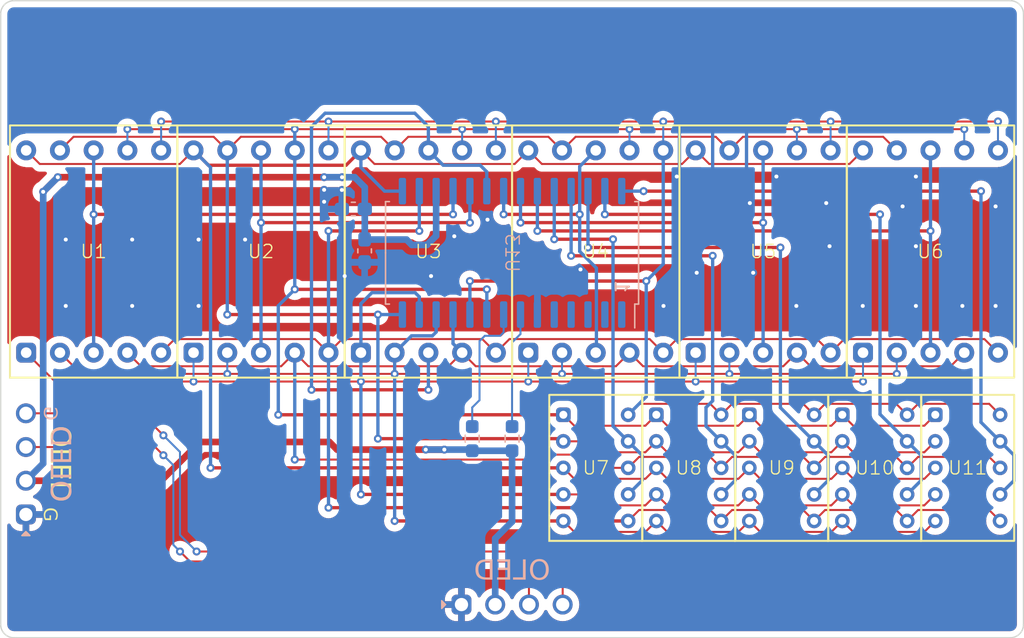
<source format=kicad_pcb>
(kicad_pcb (version 20221018) (generator pcbnew)
  (layers (0 "F.Cu" signal) (31 "B.Cu" signal) (34 "B.Paste" user) (35 "F.Paste" user) (36 "B.SilkS" user "B.Silkscreen") (37 "F.SilkS" user "F.Silkscreen") (38 "B.Mask" user) (39 "F.Mask" user) (44 "Edge.Cuts" user))
  (net 0 "")
  (net 1 "GND")
  (net 2 "/SDA")
  (net 3 "/SCL")
  (net 4 "/SEG_E")
  (net 5 "/SEG_D")
  (net 6 "/G0")
  (net 7 "/SEG_C")
  (net 8 "/SEG_DP")
  (net 9 "/SEG_B")
  (net 10 "/SEG_A")
  (net 11 "/SEG_F")
  (net 12 "/SEG_G")
  (net 13 "/G1")
  (net 14 "/G2")
  (net 15 "/G3")
  (net 16 "/G4")
  (net 17 "/G5")
  (net 18 "/G10")
  (net 19 "/G11")
  (net 20 "/G12")
  (net 21 "/G13")
  (net 22 "/G14")
  (net 23 "/D0")
  (net 24 "+5V")
  (net 25 "/SCLK")
  (footprint "Rev counter by BT:OSL10561-LX" (layer "F.Cu") (at 144.8 68.9)
    (fp_text reference "U4")
    (fp_text value "OSL10561-LX" hide)
  )
  (footprint "Rev counter by BT:OSL10326-LX" (layer "F.Cu") (at 165.8 85.2)
    (fp_text reference "U10")
    (fp_text value "OSL10326-LX" hide)
  )
  (footprint "Rev counter by BT:OSL10561-LX" (layer "F.Cu") (at 132.2 68.9)
    (fp_text reference "U3")
    (fp_text value "OSL10561-LX" hide)
  )
  (footprint "Rev counter by BT:OSL10561-LX" (layer "F.Cu") (at 107 68.9)
    (fp_text reference "U1")
    (fp_text value "OSL10561-LX" hide)
  )
  (footprint "Rev counter by BT:OSL10326-LX" (layer "F.Cu") (at 144.8 85.2)
    (fp_text reference "U7")
    (fp_text value "OSL10326-LX" hide)
  )
  (footprint "Rev counter by BT:OSL10326-LX" (layer "F.Cu") (at 158.8 85.2)
    (fp_text reference "U9")
    (fp_text value "OSL10326-LX" hide)
  )
  (footprint "Ultramarine-2:OLED" (layer "F.Cu") (at 101.9 84.9 -90)
    (fp_text reference "J2" hide)
    (fp_text value "OLED" hide)
  )
  (footprint "Rev counter by BT:OSL10326-LX" (layer "F.Cu") (at 172.8 85.2)
    (fp_text reference "U11")
    (fp_text value "OSL10326-LX" hide)
  )
  (footprint "Rev counter by BT:OSL10561-LX" (layer "F.Cu") (at 170 68.9)
    (fp_text reference "U6")
    (fp_text value "OSL10561-LX" hide)
  )
  (footprint "Rev counter by BT:OSL10561-LX" (layer "F.Cu") (at 157.4 68.9)
    (fp_text reference "U5")
    (fp_text value "OSL10561-LX" hide)
  )
  (footprint "Rev counter by BT:OSL10561-LX" (layer "F.Cu") (at 119.6 68.9)
    (fp_text reference "U2")
    (fp_text value "OSL10561-LX" hide)
  )
  (footprint "Rev counter by BT:OSL10326-LX" (layer "F.Cu") (at 151.8 85.2)
    (fp_text reference "U8")
    (fp_text value "OSL10326-LX" hide)
  )
  (footprint "Capacitor_SMD:C_0603_1608Metric_Pad1.08x0.95mm_HandSolder" (layer "B.Cu") (at 127.4 68.85 -90)
    (fp_text reference "C1" hide)
    (fp_text value "0.1u")
  )
  (footprint "Rev counter by BT:TM1640" (layer "B.Cu") (at 138.5 69 90)
    (fp_text reference "U13")
    (fp_text value "TM1640" hide)
  )
  (footprint "Capacitor_SMD:C_0603_1608Metric_Pad1.08x0.95mm_HandSolder" (layer "B.Cu") (at 126.55 65.7 180)
    (fp_text reference "C2" hide)
    (fp_text value "100u")
  )
  (footprint "Resistor_SMD:R_0603_1608Metric_Pad0.98x0.95mm_HandSolder" (layer "B.Cu") (at 135.5 83 90)
    (fp_text reference "R2" hide)
    (fp_text value "10k")
  )
  (footprint "Calciumor:I2C" (layer "B.Cu") (at 138.5 95.5 180)
    (fp_text reference "J1" hide)
    (fp_text value "OLED" hide)
  )
  (footprint "Resistor_SMD:R_0603_1608Metric_Pad0.98x0.95mm_HandSolder" (layer "B.Cu") (at 138.5 83 90)
    (fp_text reference "R1" hide)
    (fp_text value "10k")
  )
  (gr_arc (start 100 51) (mid 100.292893 50.292893) (end 101 50) (stroke (width 0.1)) (layer "Edge.Cuts"))
  (gr_line (start 100 51) (end 100 97) (stroke (width 0.1)) (layer "Edge.Cuts"))
  (gr_line (start 176 50) (end 101 50) (stroke (width 0.1)) (layer "Edge.Cuts"))
  (gr_line (start 177 97) (end 177 51) (stroke (width 0.1)) (layer "Edge.Cuts"))
  (gr_arc (start 176 50) (mid 176.707107 50.292893) (end 177 51) (stroke (width 0.1)) (layer "Edge.Cuts"))
  (gr_arc (start 101 98) (mid 100.292893 97.707107) (end 100 97) (stroke (width 0.1)) (layer "Edge.Cuts"))
  (gr_line (start 101 98) (end 176 98) (stroke (width 0.1)) (layer "Edge.Cuts"))
  (gr_arc (start 177 97) (mid 176.707107 97.707107) (end 176 98) (stroke (width 0.1)) (layer "Edge.Cuts"))
  (via (at 134.15 67.75) (size 0.6) (drill 0.3) (layers "F.Cu" "B.Cu") (net 1))
  (via (at 109.9 73) (size 0.6) (drill 0.3) (layers "F.Cu" "B.Cu") (net 1))
  (via (at 168.9 68.5) (size 0.6) (drill 0.3) (layers "F.Cu" "B.Cu") (net 1))
  (via (at 114.9 73) (size 0.6) (drill 0.3) (layers "F.Cu" "B.Cu") (net 1))
  (via (at 125.6875 64.2625) (size 0.6) (drill 0.3) (layers "F.Cu" "B.Cu") (net 1))
  (via (at 174.9 73) (size 0.6) (drill 0.3) (layers "F.Cu" "B.Cu") (net 1))
  (via (at 149.9 73) (size 0.6) (drill 0.3) (layers "F.Cu" "B.Cu") (net 1))
  (via (at 150.9 63.25) (size 0.6) (drill 0.3) (layers "F.Cu" "B.Cu") (net 1))
  (via (at 159.9 73) (size 0.6) (drill 0.3) (layers "F.Cu" "B.Cu") (net 1))
  (via (at 109.9 68) (size 0.6) (drill 0.3) (layers "F.Cu" "B.Cu") (net 1))
  (via (at 168.9 73) (size 0.6) (drill 0.3) (layers "F.Cu" "B.Cu") (net 1))
  (via (at 143.65 70.25) (size 0.6) (drill 0.3) (layers "F.Cu" "B.Cu") (net 1))
  (via (at 114.9 68) (size 0.6) (drill 0.3) (layers "F.Cu" "B.Cu") (net 1))
  (via (at 168.9 63.25) (size 0.6) (drill 0.3) (layers "F.Cu" "B.Cu") (net 1))
  (via (at 156.4 65.25) (size 0.6) (drill 0.3) (layers "F.Cu" "B.Cu") (net 1))
  (via (at 118.4 68) (size 0.6) (drill 0.3) (layers "F.Cu" "B.Cu") (net 1))
  (via (at 172.4 73) (size 0.6) (drill 0.3) (layers "F.Cu" "B.Cu") (net 1))
  (via (at 158.4 63.25) (size 0.6) (drill 0.3) (layers "F.Cu" "B.Cu") (net 1))
  (via (at 104.9 68) (size 0.6) (drill 0.3) (layers "F.Cu" "B.Cu") (net 1))
  (via (at 162.15 65.25) (size 0.6) (drill 0.3) (layers "F.Cu" "B.Cu") (net 1))
  (via (at 132.4 70.75) (size 0.6) (drill 0.3) (layers "F.Cu" "B.Cu") (net 1))
  (via (at 156.65 70.5) (size 0.6) (drill 0.3) (layers "F.Cu" "B.Cu") (net 1))
  (via (at 124.35 65.15) (size 0.6) (drill 0.3) (layers "F.Cu" "B.Cu") (net 1))
  (via (at 174.9 65.5) (size 0.6) (drill 0.3) (layers "F.Cu" "B.Cu") (net 1))
  (via (at 162.4 68.5) (size 0.6) (drill 0.3) (layers "F.Cu" "B.Cu") (net 1))
  (via (at 125.9 70.75) (size 0.6) (drill 0.3) (layers "F.Cu" "B.Cu") (net 1))
  (via (at 124.35 64.25) (size 0.6) (drill 0.3) (layers "F.Cu" "B.Cu") (net 1))
  (via (at 164.9 73) (size 0.6) (drill 0.3) (layers "F.Cu" "B.Cu") (net 1))
  (via (at 136.65 66.5) (size 0.6) (drill 0.3) (layers "F.Cu" "B.Cu") (net 1))
  (via (at 152.4 70.5) (size 0.6) (drill 0.3) (layers "F.Cu" "B.Cu") (net 1))
  (via (at 104.9 73) (size 0.6) (drill 0.3) (layers "F.Cu" "B.Cu") (net 1))
  (via (at 167.9 65.5) (size 0.6) (drill 0.3) (layers "F.Cu" "B.Cu") (net 1))
  (segment (start 124.35 65.15) (end 124.35 65.7) (width 0.25) (layer "B.Cu") (net 1))
  (segment (start 125.6875 64.2625) (end 125.675 64.25) (width 0.25) (layer "B.Cu") (net 1))
  (segment (start 139.5125 69.7125) (end 140.405 70.605) (width 0.5) (layer "B.Cu") (net 1))
  (segment (start 151.1 59.4) (end 151.1 62.636827) (width 0.25) (layer "B.Cu") (net 1))
  (segment (start 156.15 59.4) (end 156.15 62.636827) (width 0.25) (layer "B.Cu") (net 1))
  (segment (start 125.675 64.25) (end 124.35 64.25) (width 0.25) (layer "B.Cu") (net 1))
  (segment (start 126.2625 69.7125) (end 127.4 69.7125) (width 0.5) (layer "B.Cu") (net 1))
  (segment (start 140.405 70.605) (end 140.405 73.65) (width 0.5) (layer "B.Cu") (net 1))
  (segment (start 124.35 64.25) (end 124.35 65.15) (width 0.25) (layer "B.Cu") (net 1))
  (segment (start 125.6875 64.2625) (end 125.6875 65.7) (width 0.25) (layer "B.Cu") (net 1))
  (segment (start 125.6875 69.1375) (end 126.2625 69.7125) (width 0.5) (layer "B.Cu") (net 1))
  (segment (start 153.6 59.4) (end 153.6 62.636827) (width 0.25) (layer "B.Cu") (net 1))
  (segment (start 139.5125 69.7125) (end 127.4 69.7125) (width 0.5) (layer "B.Cu") (net 1))
  (segment (start 125.6875 65.7) (end 125.6875 69.1375) (width 0.5) (layer "B.Cu") (net 1))
  (segment (start 124.35 65.7) (end 125.6875 65.7) (width 0.25) (layer "B.Cu") (net 1))
  (segment (start 112.25 82.75) (end 110.59 81.09) (width 0.15) (layer "F.Cu") (net 2))
  (segment (start 141.25 91.5) (end 142.31 92.56) (width 0.15) (layer "F.Cu") (net 2))
  (segment (start 110.59 81.09) (end 101.9 81.09) (width 0.15) (layer "F.Cu") (net 2))
  (segment (start 114.75 91.5) (end 141.25 91.5) (width 0.15) (layer "F.Cu") (net 2))
  (segment (start 142.31 92.56) (end 142.31 95.5) (width 0.15) (layer "F.Cu") (net 2))
  (via (at 114.75 91.5) (size 0.6) (drill 0.3) (layers "F.Cu" "B.Cu") (net 2))
  (via (at 112.25 82.75) (size 0.6) (drill 0.3) (layers "F.Cu" "B.Cu") (net 2))
  (segment (start 112.25 82.75) (end 113.5 84) (width 0.15) (layer "B.Cu") (net 2))
  (segment (start 113.5 84) (end 113.5 90.25) (width 0.15) (layer "B.Cu") (net 2))
  (segment (start 113.5 90.25) (end 114.75 91.5) (width 0.15) (layer "B.Cu") (net 2))
  (segment (start 111.63 83.63) (end 112.25 84.25) (width 0.15) (layer "F.Cu") (net 3))
  (segment (start 101.9 83.63) (end 111.63 83.63) (width 0.15) (layer "F.Cu") (net 3))
  (segment (start 139.77 93.27) (end 139.77 95.5) (width 0.15) (layer "F.Cu") (net 3))
  (segment (start 138.75 92.25) (end 139.77 93.27) (width 0.15) (layer "F.Cu") (net 3))
  (segment (start 113.5 91.5) (end 114.25 92.25) (width 0.15) (layer "F.Cu") (net 3))
  (segment (start 114.25 92.25) (end 138.75 92.25) (width 0.15) (layer "F.Cu") (net 3))
  (via (at 113.5 91.5) (size 0.6) (drill 0.3) (layers "F.Cu" "B.Cu") (net 3))
  (via (at 112.25 84.25) (size 0.6) (drill 0.3) (layers "F.Cu" "B.Cu") (net 3))
  (segment (start 113 85) (end 113 91) (width 0.15) (layer "B.Cu") (net 3))
  (segment (start 112.25 84.25) (end 113 85) (width 0.15) (layer "B.Cu") (net 3))
  (segment (start 113 91) (end 113.5 91.5) (width 0.15) (layer "B.Cu") (net 3))
  (segment (start 148.535 88.025) (end 145.775 88.025) (width 0.15) (layer "F.Cu") (net 4))
  (segment (start 144.95 87.2) (end 142.36 87.2) (width 0.15) (layer "F.Cu") (net 4))
  (segment (start 127.12 87.2) (end 142.36 87.2) (width 0.25) (layer "F.Cu") (net 4))
  (segment (start 164.92 78.694) (end 164.9195 78.6945) (width 0.15) (layer "F.Cu") (net 4))
  (segment (start 150.185 88.025) (end 149.36 87.2) (width 0.15) (layer "F.Cu") (net 4))
  (segment (start 114.5205 78.6945) (end 114.52 78.694) (width 0.15) (layer "F.Cu") (net 4))
  (segment (start 170.36 87.2) (end 169.535 88.025) (width 0.15) (layer "F.Cu") (net 4))
  (segment (start 169.535 88.025) (end 164.185 88.025) (width 0.15) (layer "F.Cu") (net 4))
  (segment (start 104.094 78.694) (end 101.92 76.52) (width 0.15) (layer "F.Cu") (net 4))
  (segment (start 162.535 88.025) (end 157.185 88.025) (width 0.15) (layer "F.Cu") (net 4))
  (segment (start 149.36 87.2) (end 148.535 88.025) (width 0.15) (layer "F.Cu") (net 4))
  (segment (start 145.775 88.025) (end 144.95 87.2) (width 0.15) (layer "F.Cu") (net 4))
  (segment (start 156.36 87.2) (end 155.535 88.025) (width 0.15) (layer "F.Cu") (net 4))
  (segment (start 164.185 88.025) (end 163.36 87.2) (width 0.15) (layer "F.Cu") (net 4))
  (segment (start 157.185 88.025) (end 156.36 87.2) (width 0.15) (layer "F.Cu") (net 4))
  (segment (start 163.36 87.2) (end 162.535 88.025) (width 0.15) (layer "F.Cu") (net 4))
  (segment (start 114.52 78.694) (end 104.094 78.694) (width 0.15) (layer "F.Cu") (net 4))
  (segment (start 155.535 88.025) (end 150.185 88.025) (width 0.15) (layer "F.Cu") (net 4))
  (segment (start 164.9195 78.6945) (end 114.5205 78.6945) (width 0.15) (layer "F.Cu") (net 4))
  (via (at 152.32 78.694) (size 0.6) (drill 0.3) (layers "F.Cu" "B.Cu") (net 4))
  (via (at 114.52 78.694) (size 0.6) (drill 0.3) (layers "F.Cu" "B.Cu") (net 4))
  (via (at 127.12 87.2) (size 0.6) (drill 0.3) (layers "F.Cu" "B.Cu") (net 4))
  (via (at 127.12 78.694) (size 0.6) (drill 0.3) (layers "F.Cu" "B.Cu") (net 4))
  (via (at 164.92 78.694) (size 0.6) (drill 0.3) (layers "F.Cu" "B.Cu") (net 4))
  (via (at 139.72 78.694) (size 0.6) (drill 0.3) (layers "F.Cu" "B.Cu") (net 4))
  (segment (start 127.12 78.694) (end 127.12 76.52) (width 0.25) (layer "B.Cu") (net 4))
  (segment (start 114.52 78.694) (end 114.52 76.52) (width 0.15) (layer "B.Cu") (net 4))
  (segment (start 164.92 78.694) (end 164.92 76.52) (width 0.15) (layer "B.Cu") (net 4))
  (segment (start 131.515 72.315) (end 131.2 72) (width 0.25) (layer "B.Cu") (net 4))
  (segment (start 152.32 78.694) (end 152.32 76.52) (width 0.15) (layer "B.Cu") (net 4))
  (segment (start 127.12 87.2) (end 127.12 78.694) (width 0.25) (layer "B.Cu") (net 4))
  (segment (start 131.2 72) (end 127.95 72) (width 0.25) (layer "B.Cu") (net 4))
  (segment (start 127.95 72) (end 127.12 72.83) (width 0.25) (layer "B.Cu") (net 4))
  (segment (start 127.12 72.83) (end 127.12 76.52) (width 0.25) (layer "B.Cu") (net 4))
  (segment (start 139.72 78.694) (end 139.72 76.52) (width 0.15) (layer "B.Cu") (net 4))
  (segment (start 131.515 73.65) (end 131.515 72.315) (width 0.25) (layer "B.Cu") (net 4))
  (segment (start 156.36 89.2) (end 155.535 90.025) (width 0.15) (layer "F.Cu") (net 5))
  (segment (start 157.185 90.025) (end 156.36 89.2) (width 0.15) (layer "F.Cu") (net 5))
  (segment (start 149.36 89.2) (end 148.535 90.025) (width 0.15) (layer "F.Cu") (net 5))
  (segment (start 162.535 90.025) (end 157.185 90.025) (width 0.15) (layer "F.Cu") (net 5))
  (segment (start 117.06 78.1195) (end 106.0595 78.1195) (width 0.15) (layer "F.Cu") (net 5))
  (segment (start 150.185 90.025) (end 149.36 89.2) (width 0.15) (layer "F.Cu") (net 5))
  (segment (start 164.185 90.025) (end 163.36 89.2) (width 0.15) (layer "F.Cu") (net 5))
  (segment (start 106.0595 78.1195) (end 104.46 76.52) (width 0.15) (layer "F.Cu") (net 5))
  (segment (start 170.36 89.2) (end 169.535 90.025) (width 0.15) (layer "F.Cu") (net 5))
  (segment (start 148.535 90.025) (end 143.185 90.025) (width 0.15) (layer "F.Cu") (net 5))
  (segment (start 155.535 90.025) (end 150.185 90.025) (width 0.15) (layer "F.Cu") (net 5))
  (segment (start 169.535 90.025) (end 164.185 90.025) (width 0.15) (layer "F.Cu") (net 5))
  (segment (start 129.66 89.2) (end 142.36 89.2) (width 0.25) (layer "F.Cu") (net 5))
  (segment (start 167.46 78.1195) (end 117.06 78.1195) (width 0.15) (layer "F.Cu") (net 5))
  (segment (start 143.185 90.025) (end 142.36 89.2) (width 0.15) (layer "F.Cu") (net 5))
  (segment (start 163.36 89.2) (end 162.535 90.025) (width 0.15) (layer "F.Cu") (net 5))
  (via (at 154.86 78.1195) (size 0.6) (drill 0.3) (layers "F.Cu" "B.Cu") (net 5))
  (via (at 129.66 89.2) (size 0.6) (drill 0.3) (layers "F.Cu" "B.Cu") (net 5))
  (via (at 142.26 78.1195) (size 0.6) (drill 0.3) (layers "F.Cu" "B.Cu") (net 5))
  (via (at 129.66 78.1195) (size 0.6) (drill 0.3) (layers "F.Cu" "B.Cu") (net 5))
  (via (at 117.06 78.1195) (size 0.6) (drill 0.3) (layers "F.Cu" "B.Cu") (net 5))
  (via (at 167.46 78.1195) (size 0.6) (drill 0.3) (layers "F.Cu" "B.Cu") (net 5))
  (segment (start 132.785 73.65) (end 132.785 74.965) (width 0.25) (layer "B.Cu") (net 5))
  (segment (start 132.785 74.965) (end 132.5 75.25) (width 0.25) (layer "B.Cu") (net 5))
  (segment (start 154.86 78.1195) (end 154.86 76.52) (width 0.15) (layer "B.Cu") (net 5))
  (segment (start 132.5 75.25) (end 130.93 75.25) (width 0.25) (layer "B.Cu") (net 5))
  (segment (start 130.93 75.25) (end 129.66 76.52) (width 0.25) (layer "B.Cu") (net 5))
  (segment (start 142.26 78.1195) (end 142.26 76.52) (width 0.15) (layer "B.Cu") (net 5))
  (segment (start 129.66 78.1195) (end 129.66 76.52) (width 0.25) (layer "B.Cu") (net 5))
  (segment (start 117.06 78.1195) (end 117.06 76.52) (width 0.15) (layer "B.Cu") (net 5))
  (segment (start 167.46 78.1195) (end 167.46 76.52) (width 0.15) (layer "B.Cu") (net 5))
  (segment (start 129.66 89.2) (end 129.66 78.1195) (width 0.25) (layer "B.Cu") (net 5))
  (segment (start 134.055 66.1) (end 107 66.1) (width 0.25) (layer "F.Cu") (net 6))
  (via (at 107 66.1) (size 0.6) (drill 0.3) (layers "F.Cu" "B.Cu") (net 6))
  (via (at 134.055 66.1) (size 0.6) (drill 0.3) (layers "F.Cu" "B.Cu") (net 6))
  (segment (start 107 65.45) (end 107 61.28) (width 0.25) (layer "B.Cu") (net 6))
  (segment (start 107 76.52) (end 107 65.45) (width 0.25) (layer "B.Cu") (net 6))
  (segment (start 134.055 66.1) (end 134.055 64.35) (width 0.25) (layer "B.Cu") (net 6))
  (segment (start 167.415 84.375) (end 162.065 84.375) (width 0.15) (layer "F.Cu") (net 7))
  (segment (start 154.24 85.2) (end 153.415 84.375) (width 0.15) (layer "F.Cu") (net 7))
  (segment (start 168.24 85.2) (end 167.415 84.375) (width 0.15) (layer "F.Cu") (net 7))
  (segment (start 121.115 77.545) (end 110.565 77.545) (width 0.15) (layer "F.Cu") (net 7))
  (segment (start 153.415 84.375) (end 148.065 84.375) (width 0.15) (layer "F.Cu") (net 7))
  (segment (start 169.065 84.375) (end 168.24 85.2) (width 0.15) (layer "F.Cu") (net 7))
  (segment (start 134.74 76.52) (end 133.715 77.545) (width 0.15) (layer "F.Cu") (net 7))
  (segment (start 175.24 85.2) (end 174.415 84.375) (width 0.15) (layer "F.Cu") (net 7))
  (segment (start 141.65 84.2) (end 143.2 84.2) (width 0.15) (layer "F.Cu") (net 7))
  (segment (start 122.14 76.52) (end 121.115 77.545) (width 0.15) (layer "F.Cu") (net 7))
  (segment (start 155.065 84.375) (end 154.24 85.2) (width 0.15) (layer "F.Cu") (net 7))
  (segment (start 160.965 77.545) (end 159.94 76.52) (width 0.15) (layer "F.Cu") (net 7))
  (segment (start 135.765 77.545) (end 134.74 76.52) (width 0.15) (layer "F.Cu") (net 7))
  (segment (start 133.715 77.545) (end 123.165 77.545) (width 0.15) (layer "F.Cu") (net 7))
  (segment (start 159.94 76.52) (end 158.915 77.545) (width 0.15) (layer "F.Cu") (net 7))
  (segment (start 143.2 84.2) (end 144.2 85.2) (width 0.15) (layer "F.Cu") (net 7))
  (segment (start 147.34 76.52) (end 146.315 77.545) (width 0.15) (layer "F.Cu") (net 7))
  (segment (start 122.14 84.5755) (end 141.2745 84.5755) (width 0.15) (layer "F.Cu") (net 7))
  (segment (start 123.165 77.545) (end 122.14 76.52) (width 0.15) (layer "F.Cu") (net 7))
  (segment (start 161.24 85.2) (end 160.415 84.375) (width 0.15) (layer "F.Cu") (net 7))
  (segment (start 172.54 76.52) (end 171.515 77.545) (width 0.15) (layer "F.Cu") (net 7))
  (segment (start 141.2745 84.5755) (end 141.65 84.2) (width 0.15) (layer "F.Cu") (net 7))
  (segment (start 144.2 85.2) (end 147.24 85.2) (width 0.15) (layer "F.Cu") (net 7))
  (segment (start 162.065 84.375) (end 161.24 85.2) (width 0.15) (layer "F.Cu") (net 7))
  (segment (start 171.515 77.545) (end 160.965 77.545) (width 0.15) (layer "F.Cu") (net 7))
  (segment (start 110.565 77.545) (end 109.54 76.52) (width 0.15) (layer "F.Cu") (net 7))
  (segment (start 160.415 84.375) (end 155.065 84.375) (width 0.15) (layer "F.Cu") (net 7))
  (segment (start 174.415 84.375) (end 169.065 84.375) (width 0.15) (layer "F.Cu") (net 7))
  (segment (start 148.365 77.545) (end 147.34 76.52) (width 0.15) (layer "F.Cu") (net 7))
  (segment (start 158.915 77.545) (end 148.365 77.545) (width 0.15) (layer "F.Cu") (net 7))
  (segment (start 146.315 77.545) (end 135.765 77.545) (width 0.15) (layer "F.Cu") (net 7))
  (segment (start 148.065 84.375) (end 147.24 85.2) (width 0.15) (layer "F.Cu") (net 7))
  (via (at 122.14 84.5755) (size 0.6) (drill 0.3) (layers "F.Cu" "B.Cu") (net 7))
  (segment (start 134.055 73.65) (end 134.055 75.835) (width 0.25) (layer "B.Cu") (net 7))
  (segment (start 122.14 84.5755) (end 122.14 76.52) (width 0.25) (layer "B.Cu") (net 7))
  (segment (start 134.055 75.835) (end 134.74 76.52) (width 0.25) (layer "B.Cu") (net 7))
  (segment (start 137.28 76.52) (end 138.305 75.495) (width 0.15) (layer "F.Cu") (net 8))
  (segment (start 174.415 88.375) (end 169.065 88.375) (width 0.15) (layer "F.Cu") (net 8))
  (segment (start 161.455 75.495) (end 162.48 76.52) (width 0.15) (layer "F.Cu") (net 8))
  (segment (start 124.68 88.2) (end 144.45 88.2) (width 0.25) (layer "F.Cu") (net 8))
  (segment (start 154.24 89.2) (end 153.415 88.375) (width 0.15) (layer "F.Cu") (net 8))
  (segment (start 167.415 88.375) (end 162.065 88.375) (width 0.15) (layer "F.Cu") (net 8))
  (segment (start 175.24 89.2) (end 174.415 88.375) (width 0.15) (layer "F.Cu") (net 8))
  (segment (start 136.255 75.495) (end 137.28 76.52) (width 0.15) (layer "F.Cu") (net 8))
  (segment (start 150.905 75.495) (end 161.455 75.495) (width 0.15) (layer "F.Cu") (net 8))
  (segment (start 162.065 88.375) (end 161.24 89.2) (width 0.15) (layer "F.Cu") (net 8))
  (segment (start 145.45 89.2) (end 147.24 89.2) (width 0.25) (layer "F.Cu") (net 8))
  (segment (start 148.065 88.375) (end 147.24 89.2) (width 0.15) (layer "F.Cu") (net 8))
  (segment (start 163.505 75.495) (end 174.055 75.495) (width 0.15) (layer "F.Cu") (net 8))
  (segment (start 113.105 75.495) (end 123.655 75.495) (width 0.15) (layer "F.Cu") (net 8))
  (segment (start 153.415 88.375) (end 148.065 88.375) (width 0.15) (layer "F.Cu") (net 8))
  (segment (start 131.514 67.35) (end 131.515 67.349) (width 0.25) (layer "F.Cu") (net 8))
  (segment (start 174.055 75.495) (end 175.08 76.52) (width 0.15) (layer "F.Cu") (net 8))
  (segment (start 124.68 76.52) (end 125.705 75.495) (width 0.15) (layer "F.Cu") (net 8))
  (segment (start 168.24 89.2) (end 167.415 88.375) (width 0.15) (layer "F.Cu") (net 8))
  (segment (start 138.305 75.495) (end 148.855 75.495) (width 0.15) (layer "F.Cu") (net 8))
  (segment (start 160.415 88.375) (end 155.065 88.375) (width 0.15) (layer "F.Cu") (net 8))
  (segment (start 112.08 76.52) (end 113.105 75.495) (width 0.15) (layer "F.Cu") (net 8))
  (segment (start 169.065 88.375) (end 168.24 89.2) (width 0.15) (layer "F.Cu") (net 8))
  (segment (start 144.45 88.2) (end 145.45 89.2) (width 0.25) (layer "F.Cu") (net 8))
  (segment (start 125.705 75.495) (end 136.255 75.495) (width 0.15) (layer "F.Cu") (net 8))
  (segment (start 148.855 75.495) (end 149.88 76.52) (width 0.15) (layer "F.Cu") (net 8))
  (segment (start 124.68 67.349) (end 124.681 67.35) (width 0.25) (layer "F.Cu") (net 8))
  (segment (start 149.88 76.52) (end 150.905 75.495) (width 0.15) (layer "F.Cu") (net 8))
  (segment (start 123.655 75.495) (end 124.68 76.52) (width 0.15) (layer "F.Cu") (net 8))
  (segment (start 124.681 67.35) (end 131.514 67.35) (width 0.25) (layer "F.Cu") (net 8))
  (segment (start 155.065 88.375) (end 154.24 89.2) (width 0.15) (layer "F.Cu") (net 8))
  (segment (start 162.48 76.52) (end 163.505 75.495) (width 0.15) (layer "F.Cu") (net 8))
  (segment (start 161.24 89.2) (end 160.415 88.375) (width 0.15) (layer "F.Cu") (net 8))
  (via (at 131.515 67.349) (size 0.6) (drill 0.3) (layers "F.Cu" "B.Cu") (net 8))
  (via (at 124.68 88.2) (size 0.6) (drill 0.3) (layers "F.Cu" "B.Cu") (net 8))
  (via (at 124.68 67.349) (size 0.6) (drill 0.3) (layers "F.Cu" "B.Cu") (net 8))
  (segment (start 131.515 67.349) (end 131.515 64.35) (width 0.25) (layer "B.Cu") (net 8))
  (segment (start 124.68 67.349) (end 124.68 76.52) (width 0.25) (layer "B.Cu") (net 8))
  (segment (start 124.68 88.2) (end 124.68 76.52) (width 0.25) (layer "B.Cu") (net 8))
  (segment (start 161.24 81.2) (end 160.415 80.375) (width 0.15) (layer "F.Cu") (net 9))
  (segment (start 154.24 81.2) (end 153.415 80.375) (width 0.15) (layer "F.Cu") (net 9))
  (segment (start 168.24 81.2) (end 167.415 80.375) (width 0.15) (layer "F.Cu") (net 9))
  (segment (start 160.415 80.375) (end 155.065 80.375) (width 0.15) (layer "F.Cu") (net 9))
  (segment (start 162.065 80.375) (end 161.24 81.2) (width 0.15) (layer "F.Cu") (net 9))
  (segment (start 135.3255 71.125) (end 135.325 71.1255) (width 0.25) (layer "F.Cu") (net 9))
  (segment (start 148.6025 71.125) (end 135.3255 71.125) (width 0.25) (layer "F.Cu") (net 9))
  (segment (start 148.065 80.375) (end 147.24 81.2) (width 0.15) (layer "F.Cu") (net 9))
  (segment (start 175.08 59.1) (end 175.074 59.106) (width 0.15) (layer "F.Cu") (net 9))
  (segment (start 175.074 59.106) (end 112.08 59.106) (width 0.15) (layer "F.Cu") (net 9))
  (segment (start 153.415 80.375) (end 148.065 80.375) (width 0.15) (layer "F.Cu") (net 9))
  (segment (start 167.415 80.375) (end 162.065 80.375) (width 0.15) (layer "F.Cu") (net 9))
  (segment (start 155.065 80.375) (end 154.24 81.2) (width 0.15) (layer "F.Cu") (net 9))
  (segment (start 174.415 80.375) (end 169.065 80.375) (width 0.15) (layer "F.Cu") (net 9))
  (segment (start 169.065 80.375) (end 168.24 81.2) (width 0.15) (layer "F.Cu") (net 9))
  (segment (start 175.24 81.2) (end 174.415 80.375) (width 0.15) (layer "F.Cu") (net 9))
  (via (at 135.325 71.1255) (size 0.6) (drill 0.3) (layers "F.Cu" "B.Cu") (net 9))
  (via (at 112.08 59.106) (size 0.6) (drill 0.3) (layers "F.Cu" "B.Cu") (net 9))
  (via (at 149.88 59.106) (size 0.6) (drill 0.3) (layers "F.Cu" "B.Cu") (net 9))
  (via (at 148.6025 71.125) (size 0.6) (drill 0.3) (layers "F.Cu" "B.Cu") (net 9))
  (via (at 124.68 59.106) (size 0.6) (drill 0.3) (layers "F.Cu" "B.Cu") (net 9))
  (via (at 162.48 59.106) (size 0.6) (drill 0.3) (layers "F.Cu" "B.Cu") (net 9))
  (via (at 137.28 59.106) (size 0.6) (drill 0.3) (layers "F.Cu" "B.Cu") (net 9))
  (via (at 175.08 59.1) (size 0.6) (drill 0.3) (layers "F.Cu" "B.Cu") (net 9))
  (segment (start 149.88 69.8475) (end 149.88 61.28) (width 0.25) (layer "B.Cu") (net 9))
  (segment (start 175.08 59.1) (end 175.08 61.28) (width 0.15) (layer "B.Cu") (net 9))
  (segment (start 148.6025 71.125) (end 149.88 69.8475) (width 0.25) (layer "B.Cu") (net 9))
  (segment (start 137.28 59.106) (end 137.28 61.28) (width 0.15) (layer "B.Cu") (net 9))
  (segment (start 148.6025 71.125) (end 148.6 71.1275) (width 0.25) (layer "B.Cu") (net 9))
  (segment (start 135.325 71.1255) (end 135.325 73.65) (width 0.25) (layer "B.Cu") (net 9))
  (segment (start 148.6 71.1275) (end 148.6 79.84) (width 0.25) (layer "B.Cu") (net 9))
  (segment (start 124.68 59.106) (end 124.68 61.28) (width 0.15) (layer "B.Cu") (net 9))
  (segment (start 149.88 59.106) (end 149.88 61.28) (width 0.15) (layer "B.Cu") (net 9))
  (segment (start 112.08 59.106) (end 112.08 61.28) (width 0.15) (layer "B.Cu") (net 9))
  (segment (start 148.6 79.84) (end 147.24 81.2) (width 0.25) (layer "B.Cu") (net 9))
  (segment (start 162.48 59.106) (end 162.48 61.28) (width 0.15) (layer "B.Cu") (net 9))
  (segment (start 157.185 82.025) (end 156.36 81.2) (width 0.15) (layer "F.Cu") (net 10))
  (segment (start 163.36 81.2) (end 162.535 82.025) (width 0.15) (layer "F.Cu") (net 10))
  (segment (start 122.14 71.75) (end 136.6 71.75) (width 0.25) (layer "F.Cu") (net 10))
  (segment (start 172.54 59.6805) (end 109.54 59.6805) (width 0.15) (layer "F.Cu") (net 10))
  (segment (start 170.36 81.2) (end 169.535 82.025) (width 0.15) (layer "F.Cu") (net 10))
  (segment (start 149.36 81.2) (end 148.535 82.025) (width 0.15) (layer "F.Cu") (net 10))
  (segment (start 162.535 82.025) (end 157.185 82.025) (width 0.15) (layer "F.Cu") (net 10))
  (segment (start 120.9 81.2) (end 142.36 81.2) (width 0.25) (layer "F.Cu") (net 10))
  (segment (start 164.185 82.025) (end 163.36 81.2) (width 0.15) (layer "F.Cu") (net 10))
  (segment (start 148.535 82.025) (end 143.185 82.025) (width 0.15) (layer "F.Cu") (net 10))
  (segment (start 155.535 82.025) (end 150.185 82.025) (width 0.15) (layer "F.Cu") (net 10))
  (segment (start 156.36 81.2) (end 155.535 82.025) (width 0.15) (layer "F.Cu") (net 10))
  (segment (start 143.185 82.025) (end 142.36 81.2) (width 0.15) (layer "F.Cu") (net 10))
  (segment (start 150.185 82.025) (end 149.36 81.2) (width 0.15) (layer "F.Cu") (net 10))
  (segment (start 169.535 82.025) (end 164.185 82.025) (width 0.15) (layer "F.Cu") (net 10))
  (via (at 147.34 59.6805) (size 0.6) (drill 0.3) (layers "F.Cu" "B.Cu") (net 10))
  (via (at 172.54 59.6805) (size 0.6) (drill 0.3) (layers "F.Cu" "B.Cu") (net 10))
  (via (at 120.9 81.2) (size 0.6) (drill 0.3) (layers "F.Cu" "B.Cu") (net 10))
  (via (at 134.74 59.6805) (size 0.6) (drill 0.3) (layers "F.Cu" "B.Cu") (net 10))
  (via (at 159.94 59.6805) (size 0.6) (drill 0.3) (layers "F.Cu" "B.Cu") (net 10))
  (via (at 109.54 59.6805) (size 0.6) (drill 0.3) (layers "F.Cu" "B.Cu") (net 10))
  (via (at 122.14 59.6805) (size 0.6) (drill 0.3) (layers "F.Cu" "B.Cu") (net 10))
  (via (at 136.6 71.75) (size 0.6) (drill 0.3) (layers "F.Cu" "B.Cu") (net 10))
  (via (at 122.14 71.75) (size 0.6) (drill 0.3) (layers "F.Cu" "B.Cu") (net 10))
  (segment (start 147.34 59.6805) (end 147.34 61.28) (width 0.15) (layer "B.Cu") (net 10))
  (segment (start 109.54 59.6805) (end 109.54 61.28) (width 0.15) (layer "B.Cu") (net 10))
  (segment (start 122.14 71.75) (end 122.14 61.28) (width 0.25) (layer "B.Cu") (net 10))
  (segment (start 120.9 72.99) (end 122.14 71.75) (width 0.25) (layer "B.Cu") (net 10))
  (segment (start 134.74 59.6805) (end 134.74 61.28) (width 0.15) (layer "B.Cu") (net 10))
  (segment (start 120.9 81.2) (end 120.9 72.99) (width 0.25) (layer "B.Cu") (net 10))
  (segment (start 136.6 73.645) (end 136.595 73.65) (width 0.15) (layer "B.Cu") (net 10))
  (segment (start 136.6 71.75) (end 136.6 73.645) (width 0.25) (layer "B.Cu") (net 10))
  (segment (start 122.14 59.6805) (end 122.14 61.28) (width 0.25) (layer "B.Cu") (net 10))
  (segment (start 159.94 59.6805) (end 159.94 61.28) (width 0.15) (layer "B.Cu") (net 10))
  (segment (start 172.54 59.6805) (end 172.54 61.28) (width 0.15) (layer "B.Cu") (net 10))
  (segment (start 154.86 61.28) (end 153.835 60.255) (width 0.15) (layer "F.Cu") (net 11))
  (segment (start 116.035 60.255) (end 105.485 60.255) (width 0.15) (layer "F.Cu") (net 11))
  (segment (start 163.36 83.2) (end 162.535 84.025) (width 0.15) (layer "F.Cu") (net 11))
  (segment (start 117.06 73.65) (end 128.4 73.65) (width 0.25) (layer "F.Cu") (net 11))
  (segment (start 142.26 61.28) (end 141.235 60.255) (width 0.15) (layer "F.Cu") (net 11))
  (segment (start 105.485 60.255) (end 104.46 61.28) (width 0.15) (layer "F.Cu") (net 11))
  (segment (start 153.835 60.255) (end 143.285 60.255) (width 0.15) (layer "F.Cu") (net 11))
  (segment (start 128.635 60.255) (end 129.66 61.28) (width 0.15) (layer "F.Cu") (net 11))
  (segment (start 162.535 84.025) (end 157.185 84.025) (width 0.15) (layer "F.Cu") (net 11))
  (segment (start 118.085 60.255) (end 128.635 60.255) (width 0.15) (layer "F.Cu") (net 11))
  (segment (start 167.46 61.28) (end 166.435 60.255) (width 0.15) (layer "F.Cu") (net 11))
  (segment (start 117.06 61.28) (end 116.035 60.255) (width 0.15) (layer "F.Cu") (net 11))
  (segment (start 145.575 84.025) (end 144.75 83.2) (width 0.15) (layer "F.Cu") (net 11))
  (segment (start 164.185 84.025) (end 163.36 83.2) (width 0.15) (layer "F.Cu") (net 11))
  (segment (start 148.535 84.025) (end 145.575 84.025) (width 0.15) (layer "F.Cu") (net 11))
  (segment (start 141.235 60.255) (end 130.685 60.255) (width 0.15) (layer "F.Cu") (net 11))
  (segment (start 155.885 60.255) (end 154.86 61.28) (width 0.15) (layer "F.Cu") (net 11))
  (segment (start 169.535 84.025) (end 164.185 84.025) (width 0.15) (layer "F.Cu") (net 11))
  (segment (start 157.185 84.025) (end 156.36 83.2) (width 0.15) (layer "F.Cu") (net 11))
  (segment (start 149.36 83.2) (end 148.535 84.025) (width 0.15) (layer "F.Cu") (net 11))
  (segment (start 117.06 61.28) (end 118.085 60.255) (width 0.15) (layer "F.Cu") (net 11))
  (segment (start 150.185 84.025) (end 149.36 83.2) (width 0.15) (layer "F.Cu") (net 11))
  (segment (start 130.685 60.255) (end 129.66 61.28) (width 0.15) (layer "F.Cu") (net 11))
  (segment (start 142.16 83) (end 142.36 83.2) (width 0.25) (layer "F.Cu") (net 11))
  (segment (start 156.36 83.2) (end 155.535 84.025) (width 0.15) (layer "F.Cu") (net 11))
  (segment (start 143.285 60.255) (end 142.26 61.28) (width 0.15) (layer "F.Cu") (net 11))
  (segment (start 170.36 83.2) (end 169.535 84.025) (width 0.15) (layer "F.Cu") (net 11))
  (segment (start 128.4 83) (end 142.16 83) (width 0.25) (layer "F.Cu") (net 11))
  (segment (start 166.435 60.255) (end 155.885 60.255) (width 0.15) (layer "F.Cu") (net 11))
  (segment (start 144.75 83.2) (end 142.36 83.2) (width 0.15) (layer "F.Cu") (net 11))
  (segment (start 155.535 84.025) (end 150.185 84.025) (width 0.15) (layer "F.Cu") (net 11))
  (via (at 128.4 73.65) (size 0.6) (drill 0.3) (layers "F.Cu" "B.Cu") (net 11))
  (via (at 117.06 73.65) (size 0.6) (drill 0.3) (layers "F.Cu" "B.Cu") (net 11))
  (via (at 128.4 83) (size 0.6) (drill 0.3) (layers "F.Cu" "B.Cu") (net 11))
  (segment (start 130.245 73.65) (end 128.4 73.65) (width 0.25) (layer "B.Cu") (net 11))
  (segment (start 130.245 73.336637) (end 130.25 73.331637) (width 0.15) (layer "B.Cu") (net 11))
  (segment (start 117.06 73.65) (end 117.06 61.28) (width 0.25) (layer "B.Cu") (net 11))
  (segment (start 128.4 73.65) (end 128.4 83) (width 0.25) (layer "B.Cu") (net 11))
  (segment (start 156.36 85.2) (end 155.535 86.025) (width 0.15) (layer "F.Cu") (net 12))
  (segment (start 164.185 86.025) (end 163.36 85.2) (width 0.15) (layer "F.Cu") (net 12))
  (segment (start 101.92 61.28) (end 102.945 62.305) (width 0.15) (layer "F.Cu") (net 12))
  (segment (start 151.295 62.305) (end 152.32 61.28) (width 0.15) (layer "F.Cu") (net 12))
  (segment (start 140.745 62.305) (end 151.295 62.305) (width 0.15) (layer "F.Cu") (net 12))
  (segment (start 115.64 62.4) (end 126 62.4) (width 0.25) (layer "F.Cu") (net 12))
  (segment (start 115.545 62.305) (end 115.64 62.4) (width 0.25) (layer "F.Cu") (net 12))
  (segment (start 148.535 86.025) (end 143.185 86.025) (width 0.15) (layer "F.Cu") (net 12))
  (segment (start 139.72 61.28) (end 140.745 62.305) (width 0.15) (layer "F.Cu") (net 12))
  (segment (start 113.495 62.305) (end 114.52 61.28) (width 0.15) (layer "F.Cu") (net 12))
  (segment (start 138.695 62.305) (end 139.72 61.28) (width 0.15) (layer "F.Cu") (net 12))
  (segment (start 126 62.4) (end 127.12 61.28) (width 0.25) (layer "F.Cu") (net 12))
  (segment (start 153.345 62.305) (end 163.895 62.305) (width 0.15) (layer "F.Cu") (net 12))
  (segment (start 127.12 61.28) (end 128.145 62.305) (width 0.15) (layer "F.Cu") (net 12))
  (segment (start 152.32 61.28) (end 153.345 62.305) (width 0.15) (layer "F.Cu") (net 12))
  (segment (start 155.535 86.025) (end 150.185 86.025) (width 0.15) (layer "F.Cu") (net 12))
  (segment (start 149.36 85.2) (end 148.535 86.025) (width 0.15) (layer "F.Cu") (net 12))
  (segment (start 150.185 86.025) (end 149.36 85.2) (width 0.15) (layer "F.Cu") (net 12))
  (segment (start 157.185 86.025) (end 156.36 85.2) (width 0.15) (layer "F.Cu") (net 12))
  (segment (start 163.36 85.2) (end 162.535 86.025) (width 0.15) (layer "F.Cu") (net 12))
  (segment (start 115.8 85.2) (end 142.36 85.2) (width 0.25) (layer "F.Cu") (net 12))
  (segment (start 170.36 85.2) (end 169.535 86.025) (width 0.15) (layer "F.Cu") (net 12))
  (segment (start 162.535 86.025) (end 157.185 86.025) (width 0.15) (layer "F.Cu") (net 12))
  (segment (start 128.145 62.305) (end 138.695 62.305) (width 0.15) (layer "F.Cu") (net 12))
  (segment (start 163.895 62.305) (end 164.92 61.28) (width 0.15) (layer "F.Cu") (net 12))
  (segment (start 169.535 86.025) (end 164.185 86.025) (width 0.15) (layer "F.Cu") (net 12))
  (segment (start 102.945 62.305) (end 113.495 62.305) (width 0.15) (layer "F.Cu") (net 12))
  (segment (start 114.52 61.28) (end 115.545 62.305) (width 0.25) (layer "F.Cu") (net 12))
  (segment (start 143.185 86.025) (end 142.36 85.2) (width 0.15) (layer "F.Cu") (net 12))
  (via (at 115.8 85.2) (size 0.6) (drill 0.3) (layers "F.Cu" "B.Cu") (net 12))
  (segment (start 115.8 62.56) (end 114.52 61.28) (width 0.25) (layer "B.Cu") (net 12))
  (segment (start 115.8 85.2) (end 115.8 62.56) (width 0.25) (layer "B.Cu") (net 12))
  (segment (start 127.12 61.28) (end 127.12 62.57) (width 0.25) (layer "B.Cu") (net 12))
  (segment (start 127.12 62.57) (end 128.9 64.35) (width 0.25) (layer "B.Cu") (net 12))
  (segment (start 128.9 64.35) (end 130.245 64.35) (width 0.25) (layer "B.Cu") (net 12))
  (segment (start 135.325 66.725) (end 135.3245 66.7245) (width 0.25) (layer "F.Cu") (net 13))
  (segment (start 135.3245 66.7245) (end 119.6 66.7245) (width 0.25) (layer "F.Cu") (net 13))
  (via (at 119.6 66.7245) (size 0.6) (drill 0.3) (layers "F.Cu" "B.Cu") (net 13))
  (via (at 135.325 66.725) (size 0.6) (drill 0.3) (layers "F.Cu" "B.Cu") (net 13))
  (segment (start 135.325 66.725) (end 135.325 64.35) (width 0.25) (layer "B.Cu") (net 13))
  (segment (start 119.6 76.52) (end 119.6 61.28) (width 0.25) (layer "B.Cu") (net 13))
  (segment (start 132.2 79.319) (end 123.4 79.319) (width 0.25) (layer "F.Cu") (net 14))
  (via (at 132.2 79.319) (size 0.6) (drill 0.3) (layers "F.Cu" "B.Cu") (net 14))
  (via (at 123.4 79.319) (size 0.6) (drill 0.3) (layers "F.Cu" "B.Cu") (net 14))
  (segment (start 136.595 62.895) (end 136.1 62.4) (width 0.25) (layer "B.Cu") (net 14))
  (segment (start 133.32 62.4) (end 132.2 61.28) (width 0.25) (layer "B.Cu") (net 14))
  (segment (start 136.1 62.4) (end 133.32 62.4) (width 0.25) (layer "B.Cu") (net 14))
  (segment (start 132.2 61.28) (end 132.15 61.33) (width 0.25) (layer "B.Cu") (net 14))
  (segment (start 124.421116 58.481) (end 131.181 58.481) (width 0.25) (layer "B.Cu") (net 14))
  (segment (start 132.2 59.5) (end 132.2 61.28) (width 0.25) (layer "B.Cu") (net 14))
  (segment (start 132.15 76.52) (end 132.2 76.52) (width 0.25) (layer "B.Cu") (net 14))
  (segment (start 136.595 64.35) (end 136.595 62.895) (width 0.25) (layer "B.Cu") (net 14))
  (segment (start 123.4 79.319) (end 123.4 59.502116) (width 0.25) (layer "B.Cu") (net 14))
  (segment (start 131.181 58.481) (end 132.2 59.5) (width 0.25) (layer "B.Cu") (net 14))
  (segment (start 123.4 59.502116) (end 124.421116 58.481) (width 0.25) (layer "B.Cu") (net 14))
  (segment (start 132.2 79.319) (end 132.2 76.52) (width 0.25) (layer "B.Cu") (net 14))
  (segment (start 143.5905 66.1) (end 137.865 66.1) (width 0.25) (layer "F.Cu") (net 15))
  (via (at 137.865 66.1) (size 0.6) (drill 0.3) (layers "F.Cu" "B.Cu") (net 15))
  (via (at 143.5905 66.1) (size 0.6) (drill 0.3) (layers "F.Cu" "B.Cu") (net 15))
  (segment (start 137.865 66.1) (end 137.865 64.35) (width 0.25) (layer "B.Cu") (net 15))
  (segment (start 144.85 70.15) (end 144.85 76.47) (width 0.25) (layer "B.Cu") (net 15))
  (segment (start 143.5905 68.8905) (end 144.85 70.15) (width 0.25) (layer "B.Cu") (net 15))
  (segment (start 144.8 61.28) (end 144.85 61.33) (width 0.25) (layer "B.Cu") (net 15))
  (segment (start 144.85 76.47) (end 144.8 76.52) (width 0.25) (layer "B.Cu") (net 15))
  (segment (start 144.8 61.28) (end 143.5905 62.4895) (width 0.25) (layer "B.Cu") (net 15))
  (segment (start 144.85 76.52) (end 144.8 76.52) (width 0.25) (layer "B.Cu") (net 15))
  (segment (start 143.5905 62.4895) (end 143.5905 66.1) (width 0.25) (layer "B.Cu") (net 15))
  (segment (start 143.5905 66.1) (end 143.5905 68.8905) (width 0.25) (layer "B.Cu") (net 15))
  (segment (start 157.4 66.7245) (end 139.135 66.7245) (width 0.25) (layer "F.Cu") (net 16))
  (via (at 157.4 66.7245) (size 0.6) (drill 0.3) (layers "F.Cu" "B.Cu") (net 16))
  (via (at 139.135 66.7245) (size 0.6) (drill 0.3) (layers "F.Cu" "B.Cu") (net 16))
  (segment (start 157.4 76.52) (end 157.4 61.28) (width 0.25) (layer "B.Cu") (net 16))
  (segment (start 139.135 66.7245) (end 139.135 64.35) (width 0.25) (layer "B.Cu") (net 16))
  (segment (start 170 67.349) (end 140.405 67.349) (width 0.25) (layer "F.Cu") (net 17))
  (via (at 140.405 67.349) (size 0.6) (drill 0.3) (layers "F.Cu" "B.Cu") (net 17))
  (via (at 170 67.349) (size 0.6) (drill 0.3) (layers "F.Cu" "B.Cu") (net 17))
  (segment (start 170 76.52) (end 170 61.28) (width 0.25) (layer "B.Cu") (net 17))
  (segment (start 140.405 67.349) (end 140.405 64.35) (width 0.25) (layer "B.Cu") (net 17))
  (segment (start 146.1 67.9735) (end 141.675 67.9735) (width 0.25) (layer "F.Cu") (net 18))
  (via (at 141.675 67.9735) (size 0.6) (drill 0.3) (layers "F.Cu" "B.Cu") (net 18))
  (via (at 146.1 67.9735) (size 0.6) (drill 0.3) (layers "F.Cu" "B.Cu") (net 18))
  (segment (start 148.3 86.14) (end 147.24 87.2) (width 0.25) (layer "B.Cu") (net 18))
  (segment (start 147.24 83.2) (end 148.3 84.26) (width 0.25) (layer "B.Cu") (net 18))
  (segment (start 146.1 67.9735) (end 146.1 82.06) (width 0.25) (layer "B.Cu") (net 18))
  (segment (start 148.3 84.26) (end 148.3 86.14) (width 0.25) (layer "B.Cu") (net 18))
  (segment (start 141.675 67.9735) (end 141.675 64.35) (width 0.25) (layer "B.Cu") (net 18))
  (segment (start 146.1 82.06) (end 147.24 83.2) (width 0.25) (layer "B.Cu") (net 18))
  (segment (start 142.945 69.223) (end 153.5995 69.223) (width 0.25) (layer "F.Cu") (net 19))
  (segment (start 153.5995 69.223) (end 153.6 69.2225) (width 0.25) (layer "F.Cu") (net 19))
  (via (at 153.6 69.2225) (size 0.6) (drill 0.3) (layers "F.Cu" "B.Cu") (net 19))
  (via (at 142.945 69.223) (size 0.6) (drill 0.3) (layers "F.Cu" "B.Cu") (net 19))
  (segment (start 153.6 80.15) (end 153.1 80.65) (width 0.25) (layer "B.Cu") (net 19))
  (segment (start 142.945 69.223) (end 142.945 64.35) (width 0.25) (layer "B.Cu") (net 19))
  (segment (start 155.3 86.14) (end 154.24 87.2) (width 0.25) (layer "B.Cu") (net 19))
  (segment (start 153.6 69.2225) (end 153.6 80.15) (width 0.25) (layer "B.Cu") (net 19))
  (segment (start 153.1 80.65) (end 153.1 82.06) (width 0.25) (layer "B.Cu") (net 19))
  (segment (start 155.3 84.26) (end 155.3 86.14) (width 0.25) (layer "B.Cu") (net 19))
  (segment (start 154.24 83.2) (end 155.3 84.26) (width 0.25) (layer "B.Cu") (net 19))
  (segment (start 153.1 82.06) (end 154.24 83.2) (width 0.25) (layer "B.Cu") (net 19))
  (segment (start 158.698 68.598) (end 158.7 68.6) (width 0.25) (layer "F.Cu") (net 20))
  (segment (start 144.215 68.598) (end 158.698 68.598) (width 0.25) (layer "F.Cu") (net 20))
  (via (at 144.215 68.598) (size 0.6) (drill 0.3) (layers "F.Cu" "B.Cu") (net 20))
  (via (at 158.7 68.6) (size 0.6) (drill 0.3) (layers "F.Cu" "B.Cu") (net 20))
  (segment (start 162.3 84.26) (end 162.3 86.14) (width 0.25) (layer "B.Cu") (net 20))
  (segment (start 162.3 86.14) (end 161.24 87.2) (width 0.25) (layer "B.Cu") (net 20))
  (segment (start 158.7 68.6) (end 158.7 80.66) (width 0.25) (layer "B.Cu") (net 20))
  (segment (start 144.215 68.598) (end 144.215 64.35) (width 0.25) (layer "B.Cu") (net 20))
  (segment (start 161.24 83.2) (end 162.3 84.26) (width 0.25) (layer "B.Cu") (net 20))
  (segment (start 158.7 80.66) (end 161.24 83.2) (width 0.25) (layer "B.Cu") (net 20))
  (segment (start 145.485 66.1) (end 166.2 66.1) (width 0.25) (layer "F.Cu") (net 21))
  (via (at 145.485 66.1) (size 0.6) (drill 0.3) (layers "F.Cu" "B.Cu") (net 21))
  (via (at 166.2 66.1) (size 0.6) (drill 0.3) (layers "F.Cu" "B.Cu") (net 21))
  (segment (start 169.3 84.26) (end 169.3 86.14) (width 0.25) (layer "B.Cu") (net 21))
  (segment (start 168.24 83.2) (end 169.3 84.26) (width 0.25) (layer "B.Cu") (net 21))
  (segment (start 145.485 66.1) (end 145.485 64.35) (width 0.25) (layer "B.Cu") (net 21))
  (segment (start 169.3 86.14) (end 168.24 87.2) (width 0.25) (layer "B.Cu") (net 21))
  (segment (start 168.24 83.2) (end 166.2 81.16) (width 0.25) (layer "B.Cu") (net 21))
  (segment (start 166.2 81.16) (end 166.2 66.1) (width 0.25) (layer "B.Cu") (net 21))
  (segment (start 148.4 64.35) (end 173.8 64.35) (width 0.25) (layer "F.Cu") (net 22))
  (via (at 148.4 64.35) (size 0.6) (drill 0.3) (layers "F.Cu" "B.Cu") (net 22))
  (via (at 173.8 64.35) (size 0.6) (drill 0.3) (layers "F.Cu" "B.Cu") (net 22))
  (segment (start 146.755 64.35) (end 148.4 64.35) (width 0.25) (layer "B.Cu") (net 22))
  (segment (start 175.24 83.2) (end 176.275 84.235) (width 0.25) (layer "B.Cu") (net 22))
  (segment (start 173.8 64.35) (end 173.8 81.76) (width 0.25) (layer "B.Cu") (net 22))
  (segment (start 173.8 81.76) (end 175.24 83.2) (width 0.25) (layer "B.Cu") (net 22))
  (segment (start 176.275 86.165) (end 175.24 87.2) (width 0.25) (layer "B.Cu") (net 22))
  (segment (start 176.275 84.235) (end 176.275 86.165) (width 0.25) (layer "B.Cu") (net 22))
  (segment (start 139.135 75.115) (end 138.5 75.75) (width 0.15) (layer "B.Cu") (net 23))
  (segment (start 138.5 75.75) (end 138.5 82.0875) (width 0.15) (layer "B.Cu") (net 23))
  (segment (start 139.135 73.65) (end 139.135 75.115) (width 0.15) (layer "B.Cu") (net 23))
  (segment (start 124.75 83.25) (end 125.3245 83.8245) (width 0.5) (layer "F.Cu") (net 24))
  (segment (start 125.7 63.3) (end 104.3 63.3) (width 0.5) (layer "F.Cu") (net 24))
  (segment (start 112.08 86.17) (end 115 83.25) (width 0.5) (layer "F.Cu") (net 24))
  (segment (start 132 83.8245) (end 133.4 83.8245) (width 0.5) (layer "F.Cu") (net 24))
  (segment (start 101.9 86.17) (end 112.08 86.17) (width 0.5) (layer "F.Cu") (net 24))
  (segment (start 115 83.25) (end 124.75 83.25) (width 0.5) (layer "F.Cu") (net 24))
  (segment (start 104.3 63.3) (end 103.2 64.4) (width 0.5) (layer "F.Cu") (net 24))
  (segment (start 125.3245 83.8245) (end 132 83.8245) (width 0.5) (layer "F.Cu") (net 24))
  (via (at 103.2 64.4) (size 0.6) (drill 0.3) (layers "F.Cu" "B.Cu") (net 24))
  (via (at 125.7 63.3) (size 0.6) (drill 0.3) (layers "F.Cu" "B.Cu") (net 24))
  (via (at 104.3 63.3) (size 0.6) (drill 0.3) (layers "F.Cu" "B.Cu") (net 24))
  (via (at 132 83.8245) (size 0.6) (drill 0.3) (layers "F.Cu" "B.Cu") (net 24))
  (via (at 124.35 63.3) (size 0.6) (drill 0.3) (layers "F.Cu" "B.Cu") (net 24))
  (via (at 133.4 83.8245) (size 0.6) (drill 0.3) (layers "F.Cu" "B.Cu") (net 24))
  (segment (start 132.785 67.715) (end 132.1 68.4) (width 0.5) (layer "B.Cu") (net 24))
  (segment (start 135.5 83.9125) (end 135.412 83.8245) (width 0.5) (layer "B.Cu") (net 24))
  (segment (start 103.2 64.4) (end 103.2 84.87) (width 0.5) (layer "B.Cu") (net 24))
  (segment (start 130.95 68.4) (end 130.55 68) (width 0.5) (layer "B.Cu") (net 24))
  (segment (start 132.785 64.35) (end 132.785 67.715) (width 0.5) (layer "B.Cu") (net 24))
  (segment (start 126.65 63.3) (end 127.4125 64.0625) (width 0.5) (layer "B.Cu") (net 24))
  (segment (start 127.4125 67.975) (end 127.4 67.9875) (width 0.25) (layer "B.Cu") (net 24))
  (segment (start 125.7 63.3) (end 126.65 63.3) (width 0.5) (layer "B.Cu") (net 24))
  (segment (start 138.5 89.25) (end 138.5 83.9125) (width 0.5) (layer "B.Cu") (net 24))
  (segment (start 138.5 83.9125) (end 135.5 83.9125) (width 0.5) (layer "B.Cu") (net 24))
  (segment (start 137.23 95.5) (end 137.23 90.52) (width 0.5) (layer "B.Cu") (net 24))
  (segment (start 127.4125 68) (end 127.4 67.9875) (width 0.25) (layer "B.Cu") (net 24))
  (segment (start 103.2 84.87) (end 101.9 86.17) (width 0.5) (layer "B.Cu") (net 24))
  (segment (start 125.7 63.3) (end 124.35 63.3) (width 0.5) (layer "B.Cu") (net 24))
  (segment (start 133.4 83.8245) (end 132 83.8245) (width 0.5) (layer "B.Cu") (net 24))
  (segment (start 132.1 68.4) (end 130.95 68.4) (width 0.5) (layer "B.Cu") (net 24))
  (segment (start 127.4125 65.7) (end 127.4125 67.975) (width 0.5) (layer "B.Cu") (net 24))
  (segment (start 130.55 68) (end 127.4125 68) (width 0.5) (layer "B.Cu") (net 24))
  (segment (start 137.23 90.52) (end 138.5 89.25) (width 0.5) (layer "B.Cu") (net 24))
  (segment (start 104.3 63.3) (end 103.2 64.4) (width 0.5) (layer "B.Cu") (net 24))
  (segment (start 127.4125 64.0625) (end 127.4125 65.7) (width 0.5) (layer "B.Cu") (net 24))
  (segment (start 135.412 83.8245) (end 133.4 83.8245) (width 0.5) (layer "B.Cu") (net 24))
  (segment (start 136.45 75.25) (end 137.6 75.25) (width 0.15) (layer "B.Cu") (net 25))
  (segment (start 135.5 82.0875) (end 135.5 80.65) (width 0.15) (layer "B.Cu") (net 25))
  (segment (start 136.05 80.1) (end 136.05 75.65) (width 0.15) (layer "B.Cu") (net 25))
  (segment (start 137.865 74.985) (end 137.865 73.65) (width 0.15) (layer "B.Cu") (net 25))
  (segment (start 136.05 75.65) (end 136.45 75.25) (width 0.15) (layer "B.Cu") (net 25))
  (segment (start 137.6 75.25) (end 137.865 74.985) (width 0.15) (layer "B.Cu") (net 25))
  (segment (start 135.5 80.65) (end 136.05 80.1) (width 0.15) (layer "B.Cu") (net 25))
  (zone (net 0) (net_name "") (layers "F&B.Cu") (connect_pads (clearance 0)) (min_thickness 0.25)
    (keepout (tracks allowed) (vias allowed) (pads allowed) (copperpour not_allowed) (footprints allowed))
    (fill (thermal_gap 0.5) (thermal_bridge_width 0.5))
    (polygon (pts (xy 101.9 60) (xy 175.05 60) (xy 175.05 62.55) (xy 101.9 62.55)))
  )
  (zone (net 1) (net_name "GND") (layers "F&B.Cu") (priority 1) (connect_pads (clearance 0.5)) (min_thickness 0.25) (fill yes (thermal_gap 0.5) (thermal_bridge_width 0.5))
    (polygon (pts (xy 177 50) (xy 100 50) (xy 100 98) (xy 177 98)))
  )
)
</source>
